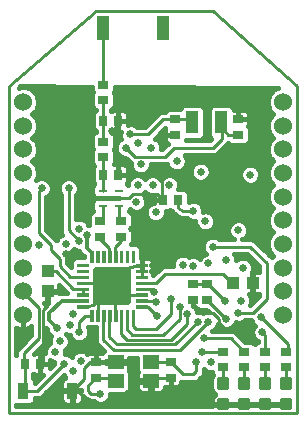
<source format=gtl>
G75*
%MOIN*%
%OFA0B0*%
%FSLAX24Y24*%
%IPPOS*%
%LPD*%
%AMOC8*
5,1,8,0,0,1.08239X$1,22.5*
%
%ADD10C,0.0100*%
%ADD11C,0.0000*%
%ADD12R,0.0354X0.0276*%
%ADD13R,0.0276X0.0354*%
%ADD14C,0.0118*%
%ADD15R,0.0430X0.0750*%
%ADD16R,0.0394X0.0787*%
%ADD17C,0.0252*%
%ADD18C,0.0035*%
%ADD19R,0.0315X0.0106*%
%ADD20R,0.0374X0.0551*%
%ADD21C,0.0600*%
%ADD22R,0.0551X0.0453*%
%ADD23R,0.0394X0.0433*%
%ADD24R,0.0433X0.0394*%
%ADD25C,0.0260*%
%ADD26C,0.0160*%
%ADD27C,0.0396*%
%ADD28C,0.0120*%
D10*
X001244Y000897D02*
X010844Y000897D01*
X010844Y011797D01*
X008044Y014297D01*
X004144Y014297D01*
X001244Y011797D01*
X001244Y000897D01*
X001727Y001647D02*
X001788Y001708D01*
X001788Y002547D01*
X001744Y002591D01*
X001744Y002897D01*
X002244Y003397D01*
X002244Y004397D01*
X001714Y004928D01*
X001714Y004972D01*
X002394Y004347D02*
X002394Y002641D01*
X002300Y002547D01*
X002644Y002547D01*
X003094Y002547D02*
X002194Y001647D01*
X001727Y001647D01*
X003361Y001647D02*
X003744Y002030D01*
X003744Y002397D01*
X003950Y002603D01*
X004144Y002603D01*
X004795Y002603D01*
X004804Y002612D01*
X004744Y002997D02*
X004394Y003347D01*
X004394Y004158D01*
X004399Y004163D01*
X004596Y004163D02*
X004596Y003446D01*
X004844Y003197D01*
X006794Y003197D01*
X007544Y003947D01*
X007694Y004247D02*
X008044Y004247D01*
X008244Y004047D01*
X008244Y003897D01*
X008544Y003597D01*
X008944Y003597D01*
X008650Y003397D02*
X009094Y002953D01*
X008650Y003397D02*
X007744Y003397D01*
X007694Y002947D02*
X008388Y002947D01*
X008394Y002953D01*
X008394Y002441D02*
X008394Y001892D01*
X008394Y001202D02*
X009094Y001202D01*
X009794Y001202D01*
X010494Y001202D01*
X010494Y001892D02*
X010494Y002441D01*
X010494Y002953D02*
X010544Y003003D01*
X010544Y003197D01*
X009644Y004097D01*
X009394Y004247D02*
X009844Y004697D01*
X009844Y005897D01*
X009294Y006447D01*
X008044Y006447D01*
X007994Y006497D01*
X008394Y005547D02*
X006444Y005547D01*
X006144Y005247D01*
X005680Y005247D01*
X005679Y005246D01*
X005679Y005442D02*
X005679Y005639D01*
X005679Y005836D01*
X005694Y005852D01*
X005694Y006747D01*
X005394Y007047D01*
X005344Y007047D01*
X004994Y006791D02*
X004994Y006647D01*
X004794Y006447D01*
X004794Y006133D01*
X004793Y006131D01*
X004596Y006131D02*
X004594Y006133D01*
X004594Y006397D01*
X004294Y006697D01*
X004294Y006791D01*
X004294Y007303D02*
X004369Y007378D01*
X004369Y007811D01*
X004369Y008067D02*
X004920Y008067D01*
X005264Y008067D01*
X005394Y008197D01*
X006188Y008197D01*
X006388Y007997D01*
X006344Y008041D01*
X006344Y008647D01*
X006144Y008847D01*
X004900Y008847D01*
X004394Y008853D02*
X004394Y009441D01*
X004394Y009953D02*
X004388Y009959D01*
X004388Y010647D01*
X004394Y010653D01*
X004394Y011341D01*
X004394Y011853D02*
X004390Y011857D01*
X004390Y013747D01*
X004900Y010647D02*
X004900Y010503D01*
X004694Y010297D01*
X004900Y010647D02*
X005394Y010647D01*
X005494Y010547D01*
X005294Y010197D02*
X005894Y010197D01*
X006394Y010697D01*
X006788Y010697D01*
X006794Y010703D01*
X007258Y010703D01*
X007364Y010597D01*
X006794Y010191D02*
X006350Y010191D01*
X006344Y010197D01*
X006744Y009747D02*
X008044Y009747D01*
X008344Y010047D01*
X008344Y010397D01*
X008550Y010191D01*
X008894Y010191D01*
X008894Y010703D02*
X009238Y010703D01*
X009444Y010497D01*
X008344Y010577D02*
X008344Y010397D01*
X008344Y010577D02*
X008324Y010597D01*
X006744Y009747D02*
X006444Y009447D01*
X005444Y009447D01*
X005144Y009747D01*
X004394Y008853D02*
X004388Y008847D01*
X004369Y008828D01*
X004369Y008323D01*
X004920Y007811D02*
X004920Y007378D01*
X004994Y007303D01*
X005283Y005786D02*
X005679Y005836D01*
X005283Y005786D02*
X004694Y005147D01*
X004990Y004852D01*
X005679Y004852D01*
X005679Y005049D02*
X005993Y005049D01*
X006094Y004947D01*
X006086Y004655D02*
X006144Y004597D01*
X006086Y004655D02*
X005679Y004655D01*
X005679Y004458D02*
X005883Y004458D01*
X006194Y004147D01*
X006144Y003697D02*
X006644Y004197D01*
X006644Y004697D01*
X006944Y004447D02*
X006944Y004047D01*
X006394Y003497D01*
X005344Y003497D01*
X005186Y003705D01*
X005186Y004163D01*
X004990Y004163D02*
X004990Y003552D01*
X005194Y003347D01*
X006644Y003347D01*
X007169Y003872D01*
X007194Y004197D01*
X007394Y004547D02*
X007694Y004247D01*
X007894Y003947D02*
X006944Y002997D01*
X004744Y002997D01*
X004695Y002091D02*
X004144Y002091D01*
X003894Y001841D01*
X003894Y001647D01*
X003994Y001547D01*
X004294Y001547D01*
X003990Y001202D02*
X003894Y001297D01*
X003544Y001647D01*
X003361Y001647D01*
X003990Y001202D02*
X008394Y001202D01*
X009094Y001892D02*
X009094Y002441D01*
X009794Y002441D02*
X009794Y001892D01*
X009794Y002953D02*
X009794Y003497D01*
X009694Y003597D01*
X009394Y004247D02*
X008894Y004247D01*
X008494Y004047D02*
X007850Y004691D01*
X007844Y004691D01*
X007844Y005203D02*
X007888Y005203D01*
X008444Y004647D01*
X008694Y005247D02*
X008394Y005547D01*
X008694Y005247D02*
X008710Y005247D01*
X009344Y005282D02*
X009379Y005247D01*
X009344Y005282D02*
X009344Y005697D01*
X009394Y005747D01*
X009544Y005747D01*
X007844Y005203D02*
X007394Y005203D01*
X007394Y004691D02*
X007394Y004547D01*
X006144Y003697D02*
X005494Y003697D01*
X005383Y003808D01*
X005383Y004163D01*
X004793Y004163D02*
X004793Y005049D01*
X004694Y005147D01*
X004055Y004508D01*
X003710Y004458D01*
X003794Y004147D02*
X003990Y004147D01*
X004005Y004163D01*
X003794Y004147D02*
X003594Y003947D01*
X003594Y003597D01*
X004202Y004163D02*
X004202Y004655D01*
X004694Y005147D01*
X004596Y005246D01*
X003710Y005246D01*
X003710Y005442D02*
X003299Y005442D01*
X002944Y005797D01*
X002944Y006047D01*
X002644Y006347D01*
X002644Y006497D01*
X002244Y006897D01*
X002244Y008297D01*
X002344Y008397D01*
X003244Y008397D02*
X003244Y006997D01*
X003594Y006647D01*
X002810Y005632D02*
X003394Y005047D01*
X003708Y005047D01*
X003710Y005049D01*
X003710Y004852D01*
X002810Y005632D02*
X002544Y005632D01*
X002544Y004963D02*
X002544Y004497D01*
X002394Y004347D01*
X004695Y002091D02*
X004804Y001982D01*
X005985Y001982D02*
X006094Y002091D01*
X006644Y002091D01*
X007050Y002197D02*
X006644Y002603D01*
X005994Y002603D01*
X005985Y002612D01*
X007050Y002197D02*
X007394Y002197D01*
X007494Y002297D01*
X007494Y002597D01*
X007394Y007647D02*
X007044Y007647D01*
X006894Y007747D01*
X006894Y007991D01*
X006900Y007997D01*
D11*
X005026Y005547D02*
X005028Y005568D01*
X005034Y005588D01*
X005043Y005608D01*
X005055Y005625D01*
X005070Y005639D01*
X005088Y005651D01*
X005108Y005659D01*
X005128Y005664D01*
X005149Y005665D01*
X005170Y005662D01*
X005190Y005656D01*
X005209Y005645D01*
X005226Y005632D01*
X005239Y005616D01*
X005250Y005598D01*
X005258Y005578D01*
X005262Y005558D01*
X005262Y005536D01*
X005258Y005516D01*
X005250Y005496D01*
X005239Y005478D01*
X005226Y005462D01*
X005209Y005449D01*
X005190Y005438D01*
X005170Y005432D01*
X005149Y005429D01*
X005128Y005430D01*
X005108Y005435D01*
X005088Y005443D01*
X005070Y005455D01*
X005055Y005469D01*
X005043Y005486D01*
X005034Y005506D01*
X005028Y005526D01*
X005026Y005547D01*
X004576Y005547D02*
X004578Y005568D01*
X004584Y005588D01*
X004593Y005608D01*
X004605Y005625D01*
X004620Y005639D01*
X004638Y005651D01*
X004658Y005659D01*
X004678Y005664D01*
X004699Y005665D01*
X004720Y005662D01*
X004740Y005656D01*
X004759Y005645D01*
X004776Y005632D01*
X004789Y005616D01*
X004800Y005598D01*
X004808Y005578D01*
X004812Y005558D01*
X004812Y005536D01*
X004808Y005516D01*
X004800Y005496D01*
X004789Y005478D01*
X004776Y005462D01*
X004759Y005449D01*
X004740Y005438D01*
X004720Y005432D01*
X004699Y005429D01*
X004678Y005430D01*
X004658Y005435D01*
X004638Y005443D01*
X004620Y005455D01*
X004605Y005469D01*
X004593Y005486D01*
X004584Y005506D01*
X004578Y005526D01*
X004576Y005547D01*
X004126Y005547D02*
X004128Y005568D01*
X004134Y005588D01*
X004143Y005608D01*
X004155Y005625D01*
X004170Y005639D01*
X004188Y005651D01*
X004208Y005659D01*
X004228Y005664D01*
X004249Y005665D01*
X004270Y005662D01*
X004290Y005656D01*
X004309Y005645D01*
X004326Y005632D01*
X004339Y005616D01*
X004350Y005598D01*
X004358Y005578D01*
X004362Y005558D01*
X004362Y005536D01*
X004358Y005516D01*
X004350Y005496D01*
X004339Y005478D01*
X004326Y005462D01*
X004309Y005449D01*
X004290Y005438D01*
X004270Y005432D01*
X004249Y005429D01*
X004228Y005430D01*
X004208Y005435D01*
X004188Y005443D01*
X004170Y005455D01*
X004155Y005469D01*
X004143Y005486D01*
X004134Y005506D01*
X004128Y005526D01*
X004126Y005547D01*
X004126Y005147D02*
X004128Y005168D01*
X004134Y005188D01*
X004143Y005208D01*
X004155Y005225D01*
X004170Y005239D01*
X004188Y005251D01*
X004208Y005259D01*
X004228Y005264D01*
X004249Y005265D01*
X004270Y005262D01*
X004290Y005256D01*
X004309Y005245D01*
X004326Y005232D01*
X004339Y005216D01*
X004350Y005198D01*
X004358Y005178D01*
X004362Y005158D01*
X004362Y005136D01*
X004358Y005116D01*
X004350Y005096D01*
X004339Y005078D01*
X004326Y005062D01*
X004309Y005049D01*
X004290Y005038D01*
X004270Y005032D01*
X004249Y005029D01*
X004228Y005030D01*
X004208Y005035D01*
X004188Y005043D01*
X004170Y005055D01*
X004155Y005069D01*
X004143Y005086D01*
X004134Y005106D01*
X004128Y005126D01*
X004126Y005147D01*
X004126Y004747D02*
X004128Y004768D01*
X004134Y004788D01*
X004143Y004808D01*
X004155Y004825D01*
X004170Y004839D01*
X004188Y004851D01*
X004208Y004859D01*
X004228Y004864D01*
X004249Y004865D01*
X004270Y004862D01*
X004290Y004856D01*
X004309Y004845D01*
X004326Y004832D01*
X004339Y004816D01*
X004350Y004798D01*
X004358Y004778D01*
X004362Y004758D01*
X004362Y004736D01*
X004358Y004716D01*
X004350Y004696D01*
X004339Y004678D01*
X004326Y004662D01*
X004309Y004649D01*
X004290Y004638D01*
X004270Y004632D01*
X004249Y004629D01*
X004228Y004630D01*
X004208Y004635D01*
X004188Y004643D01*
X004170Y004655D01*
X004155Y004669D01*
X004143Y004686D01*
X004134Y004706D01*
X004128Y004726D01*
X004126Y004747D01*
X004576Y004747D02*
X004578Y004768D01*
X004584Y004788D01*
X004593Y004808D01*
X004605Y004825D01*
X004620Y004839D01*
X004638Y004851D01*
X004658Y004859D01*
X004678Y004864D01*
X004699Y004865D01*
X004720Y004862D01*
X004740Y004856D01*
X004759Y004845D01*
X004776Y004832D01*
X004789Y004816D01*
X004800Y004798D01*
X004808Y004778D01*
X004812Y004758D01*
X004812Y004736D01*
X004808Y004716D01*
X004800Y004696D01*
X004789Y004678D01*
X004776Y004662D01*
X004759Y004649D01*
X004740Y004638D01*
X004720Y004632D01*
X004699Y004629D01*
X004678Y004630D01*
X004658Y004635D01*
X004638Y004643D01*
X004620Y004655D01*
X004605Y004669D01*
X004593Y004686D01*
X004584Y004706D01*
X004578Y004726D01*
X004576Y004747D01*
X005026Y004747D02*
X005028Y004768D01*
X005034Y004788D01*
X005043Y004808D01*
X005055Y004825D01*
X005070Y004839D01*
X005088Y004851D01*
X005108Y004859D01*
X005128Y004864D01*
X005149Y004865D01*
X005170Y004862D01*
X005190Y004856D01*
X005209Y004845D01*
X005226Y004832D01*
X005239Y004816D01*
X005250Y004798D01*
X005258Y004778D01*
X005262Y004758D01*
X005262Y004736D01*
X005258Y004716D01*
X005250Y004696D01*
X005239Y004678D01*
X005226Y004662D01*
X005209Y004649D01*
X005190Y004638D01*
X005170Y004632D01*
X005149Y004629D01*
X005128Y004630D01*
X005108Y004635D01*
X005088Y004643D01*
X005070Y004655D01*
X005055Y004669D01*
X005043Y004686D01*
X005034Y004706D01*
X005028Y004726D01*
X005026Y004747D01*
X005026Y005147D02*
X005028Y005168D01*
X005034Y005188D01*
X005043Y005208D01*
X005055Y005225D01*
X005070Y005239D01*
X005088Y005251D01*
X005108Y005259D01*
X005128Y005264D01*
X005149Y005265D01*
X005170Y005262D01*
X005190Y005256D01*
X005209Y005245D01*
X005226Y005232D01*
X005239Y005216D01*
X005250Y005198D01*
X005258Y005178D01*
X005262Y005158D01*
X005262Y005136D01*
X005258Y005116D01*
X005250Y005096D01*
X005239Y005078D01*
X005226Y005062D01*
X005209Y005049D01*
X005190Y005038D01*
X005170Y005032D01*
X005149Y005029D01*
X005128Y005030D01*
X005108Y005035D01*
X005088Y005043D01*
X005070Y005055D01*
X005055Y005069D01*
X005043Y005086D01*
X005034Y005106D01*
X005028Y005126D01*
X005026Y005147D01*
D12*
X004994Y006791D03*
X004994Y007303D03*
X004294Y007303D03*
X004294Y006791D03*
X004394Y009441D03*
X004394Y009953D03*
X004394Y011341D03*
X004394Y011853D03*
X006794Y010703D03*
X006794Y010191D03*
X008894Y010191D03*
X008894Y010703D03*
X007844Y005203D03*
X007844Y004691D03*
X007394Y004691D03*
X007394Y005203D03*
X008394Y002953D03*
X008394Y002441D03*
X009094Y002441D03*
X009094Y002953D03*
X009794Y002953D03*
X009794Y002441D03*
X010494Y002441D03*
X010494Y002953D03*
X006644Y002603D03*
X006644Y002091D03*
X004144Y002091D03*
X004144Y002603D03*
D13*
X002300Y002547D03*
X001788Y002547D03*
X006388Y007997D03*
X006900Y007997D03*
X004900Y008847D03*
X004388Y008847D03*
X004388Y010647D03*
X004900Y010647D03*
D14*
X008256Y002030D02*
X008532Y002030D01*
X008532Y001754D01*
X008256Y001754D01*
X008256Y002030D01*
X008256Y001871D02*
X008532Y001871D01*
X008532Y001988D02*
X008256Y001988D01*
X008256Y001340D02*
X008532Y001340D01*
X008532Y001064D01*
X008256Y001064D01*
X008256Y001340D01*
X008256Y001181D02*
X008532Y001181D01*
X008532Y001298D02*
X008256Y001298D01*
X008956Y001340D02*
X009232Y001340D01*
X009232Y001064D01*
X008956Y001064D01*
X008956Y001340D01*
X008956Y001181D02*
X009232Y001181D01*
X009232Y001298D02*
X008956Y001298D01*
X008956Y002030D02*
X009232Y002030D01*
X009232Y001754D01*
X008956Y001754D01*
X008956Y002030D01*
X008956Y001871D02*
X009232Y001871D01*
X009232Y001988D02*
X008956Y001988D01*
X009656Y002030D02*
X009932Y002030D01*
X009932Y001754D01*
X009656Y001754D01*
X009656Y002030D01*
X009656Y001871D02*
X009932Y001871D01*
X009932Y001988D02*
X009656Y001988D01*
X009656Y001340D02*
X009932Y001340D01*
X009932Y001064D01*
X009656Y001064D01*
X009656Y001340D01*
X009656Y001181D02*
X009932Y001181D01*
X009932Y001298D02*
X009656Y001298D01*
X010356Y001340D02*
X010632Y001340D01*
X010632Y001064D01*
X010356Y001064D01*
X010356Y001340D01*
X010356Y001181D02*
X010632Y001181D01*
X010632Y001298D02*
X010356Y001298D01*
X010356Y002030D02*
X010632Y002030D01*
X010632Y001754D01*
X010356Y001754D01*
X010356Y002030D01*
X010356Y001871D02*
X010632Y001871D01*
X010632Y001988D02*
X010356Y001988D01*
D15*
X008324Y010597D03*
X007364Y010597D03*
D16*
X006398Y013747D03*
X004390Y013747D03*
D17*
X004190Y005651D02*
X004190Y004643D01*
X004190Y005651D02*
X005198Y005651D01*
X005198Y004643D01*
X004190Y004643D01*
X004190Y004894D02*
X005198Y004894D01*
X005198Y005145D02*
X004190Y005145D01*
X004190Y005396D02*
X005198Y005396D01*
X005198Y005647D02*
X004190Y005647D01*
D18*
X004160Y005951D02*
X004160Y006311D01*
X004244Y006311D01*
X004244Y005951D01*
X004160Y005951D01*
X004160Y005985D02*
X004244Y005985D01*
X004244Y006019D02*
X004160Y006019D01*
X004160Y006053D02*
X004244Y006053D01*
X004244Y006087D02*
X004160Y006087D01*
X004160Y006121D02*
X004244Y006121D01*
X004244Y006155D02*
X004160Y006155D01*
X004160Y006189D02*
X004244Y006189D01*
X004244Y006223D02*
X004160Y006223D01*
X004160Y006257D02*
X004244Y006257D01*
X004244Y006291D02*
X004160Y006291D01*
X003963Y006311D02*
X003963Y005951D01*
X003963Y006311D02*
X004047Y006311D01*
X004047Y005951D01*
X003963Y005951D01*
X003963Y005985D02*
X004047Y005985D01*
X004047Y006019D02*
X003963Y006019D01*
X003963Y006053D02*
X004047Y006053D01*
X004047Y006087D02*
X003963Y006087D01*
X003963Y006121D02*
X004047Y006121D01*
X004047Y006155D02*
X003963Y006155D01*
X003963Y006189D02*
X004047Y006189D01*
X004047Y006223D02*
X003963Y006223D01*
X003963Y006257D02*
X004047Y006257D01*
X004047Y006291D02*
X003963Y006291D01*
X003890Y005794D02*
X003530Y005794D01*
X003530Y005878D01*
X003890Y005878D01*
X003890Y005794D01*
X003890Y005828D02*
X003530Y005828D01*
X003530Y005862D02*
X003890Y005862D01*
X003890Y005597D02*
X003530Y005597D01*
X003530Y005681D01*
X003890Y005681D01*
X003890Y005597D01*
X003890Y005631D02*
X003530Y005631D01*
X003530Y005665D02*
X003890Y005665D01*
X003890Y005400D02*
X003530Y005400D01*
X003530Y005484D01*
X003890Y005484D01*
X003890Y005400D01*
X003890Y005434D02*
X003530Y005434D01*
X003530Y005468D02*
X003890Y005468D01*
X003890Y005204D02*
X003530Y005204D01*
X003530Y005288D01*
X003890Y005288D01*
X003890Y005204D01*
X003890Y005238D02*
X003530Y005238D01*
X003530Y005272D02*
X003890Y005272D01*
X003890Y005007D02*
X003530Y005007D01*
X003530Y005091D01*
X003890Y005091D01*
X003890Y005007D01*
X003890Y005041D02*
X003530Y005041D01*
X003530Y005075D02*
X003890Y005075D01*
X003890Y004810D02*
X003530Y004810D01*
X003530Y004894D01*
X003890Y004894D01*
X003890Y004810D01*
X003890Y004844D02*
X003530Y004844D01*
X003530Y004878D02*
X003890Y004878D01*
X003890Y004613D02*
X003530Y004613D01*
X003530Y004697D01*
X003890Y004697D01*
X003890Y004613D01*
X003890Y004647D02*
X003530Y004647D01*
X003530Y004681D02*
X003890Y004681D01*
X003890Y004416D02*
X003530Y004416D01*
X003530Y004500D01*
X003890Y004500D01*
X003890Y004416D01*
X003890Y004450D02*
X003530Y004450D01*
X003530Y004484D02*
X003890Y004484D01*
X004047Y004343D02*
X004047Y003983D01*
X003963Y003983D01*
X003963Y004343D01*
X004047Y004343D01*
X004047Y004017D02*
X003963Y004017D01*
X003963Y004051D02*
X004047Y004051D01*
X004047Y004085D02*
X003963Y004085D01*
X003963Y004119D02*
X004047Y004119D01*
X004047Y004153D02*
X003963Y004153D01*
X003963Y004187D02*
X004047Y004187D01*
X004047Y004221D02*
X003963Y004221D01*
X003963Y004255D02*
X004047Y004255D01*
X004047Y004289D02*
X003963Y004289D01*
X003963Y004323D02*
X004047Y004323D01*
X004244Y004343D02*
X004244Y003983D01*
X004160Y003983D01*
X004160Y004343D01*
X004244Y004343D01*
X004244Y004017D02*
X004160Y004017D01*
X004160Y004051D02*
X004244Y004051D01*
X004244Y004085D02*
X004160Y004085D01*
X004160Y004119D02*
X004244Y004119D01*
X004244Y004153D02*
X004160Y004153D01*
X004160Y004187D02*
X004244Y004187D01*
X004244Y004221D02*
X004160Y004221D01*
X004160Y004255D02*
X004244Y004255D01*
X004244Y004289D02*
X004160Y004289D01*
X004160Y004323D02*
X004244Y004323D01*
X004441Y004343D02*
X004441Y003983D01*
X004357Y003983D01*
X004357Y004343D01*
X004441Y004343D01*
X004441Y004017D02*
X004357Y004017D01*
X004357Y004051D02*
X004441Y004051D01*
X004441Y004085D02*
X004357Y004085D01*
X004357Y004119D02*
X004441Y004119D01*
X004441Y004153D02*
X004357Y004153D01*
X004357Y004187D02*
X004441Y004187D01*
X004441Y004221D02*
X004357Y004221D01*
X004357Y004255D02*
X004441Y004255D01*
X004441Y004289D02*
X004357Y004289D01*
X004357Y004323D02*
X004441Y004323D01*
X004638Y004343D02*
X004638Y003983D01*
X004554Y003983D01*
X004554Y004343D01*
X004638Y004343D01*
X004638Y004017D02*
X004554Y004017D01*
X004554Y004051D02*
X004638Y004051D01*
X004638Y004085D02*
X004554Y004085D01*
X004554Y004119D02*
X004638Y004119D01*
X004638Y004153D02*
X004554Y004153D01*
X004554Y004187D02*
X004638Y004187D01*
X004638Y004221D02*
X004554Y004221D01*
X004554Y004255D02*
X004638Y004255D01*
X004638Y004289D02*
X004554Y004289D01*
X004554Y004323D02*
X004638Y004323D01*
X004835Y004343D02*
X004835Y003983D01*
X004751Y003983D01*
X004751Y004343D01*
X004835Y004343D01*
X004835Y004017D02*
X004751Y004017D01*
X004751Y004051D02*
X004835Y004051D01*
X004835Y004085D02*
X004751Y004085D01*
X004751Y004119D02*
X004835Y004119D01*
X004835Y004153D02*
X004751Y004153D01*
X004751Y004187D02*
X004835Y004187D01*
X004835Y004221D02*
X004751Y004221D01*
X004751Y004255D02*
X004835Y004255D01*
X004835Y004289D02*
X004751Y004289D01*
X004751Y004323D02*
X004835Y004323D01*
X005032Y004343D02*
X005032Y003983D01*
X004948Y003983D01*
X004948Y004343D01*
X005032Y004343D01*
X005032Y004017D02*
X004948Y004017D01*
X004948Y004051D02*
X005032Y004051D01*
X005032Y004085D02*
X004948Y004085D01*
X004948Y004119D02*
X005032Y004119D01*
X005032Y004153D02*
X004948Y004153D01*
X004948Y004187D02*
X005032Y004187D01*
X005032Y004221D02*
X004948Y004221D01*
X004948Y004255D02*
X005032Y004255D01*
X005032Y004289D02*
X004948Y004289D01*
X004948Y004323D02*
X005032Y004323D01*
X005228Y004343D02*
X005228Y003983D01*
X005144Y003983D01*
X005144Y004343D01*
X005228Y004343D01*
X005228Y004017D02*
X005144Y004017D01*
X005144Y004051D02*
X005228Y004051D01*
X005228Y004085D02*
X005144Y004085D01*
X005144Y004119D02*
X005228Y004119D01*
X005228Y004153D02*
X005144Y004153D01*
X005144Y004187D02*
X005228Y004187D01*
X005228Y004221D02*
X005144Y004221D01*
X005144Y004255D02*
X005228Y004255D01*
X005228Y004289D02*
X005144Y004289D01*
X005144Y004323D02*
X005228Y004323D01*
X005425Y004343D02*
X005425Y003983D01*
X005341Y003983D01*
X005341Y004343D01*
X005425Y004343D01*
X005425Y004017D02*
X005341Y004017D01*
X005341Y004051D02*
X005425Y004051D01*
X005425Y004085D02*
X005341Y004085D01*
X005341Y004119D02*
X005425Y004119D01*
X005425Y004153D02*
X005341Y004153D01*
X005341Y004187D02*
X005425Y004187D01*
X005425Y004221D02*
X005341Y004221D01*
X005341Y004255D02*
X005425Y004255D01*
X005425Y004289D02*
X005341Y004289D01*
X005341Y004323D02*
X005425Y004323D01*
X005499Y004500D02*
X005859Y004500D01*
X005859Y004416D01*
X005499Y004416D01*
X005499Y004500D01*
X005499Y004450D02*
X005859Y004450D01*
X005859Y004484D02*
X005499Y004484D01*
X005499Y004697D02*
X005859Y004697D01*
X005859Y004613D01*
X005499Y004613D01*
X005499Y004697D01*
X005499Y004647D02*
X005859Y004647D01*
X005859Y004681D02*
X005499Y004681D01*
X005499Y004894D02*
X005859Y004894D01*
X005859Y004810D01*
X005499Y004810D01*
X005499Y004894D01*
X005499Y004844D02*
X005859Y004844D01*
X005859Y004878D02*
X005499Y004878D01*
X005499Y005091D02*
X005859Y005091D01*
X005859Y005007D01*
X005499Y005007D01*
X005499Y005091D01*
X005499Y005041D02*
X005859Y005041D01*
X005859Y005075D02*
X005499Y005075D01*
X005499Y005288D02*
X005859Y005288D01*
X005859Y005204D01*
X005499Y005204D01*
X005499Y005288D01*
X005499Y005238D02*
X005859Y005238D01*
X005859Y005272D02*
X005499Y005272D01*
X005499Y005484D02*
X005859Y005484D01*
X005859Y005400D01*
X005499Y005400D01*
X005499Y005484D01*
X005499Y005434D02*
X005859Y005434D01*
X005859Y005468D02*
X005499Y005468D01*
X005499Y005681D02*
X005859Y005681D01*
X005859Y005597D01*
X005499Y005597D01*
X005499Y005681D01*
X005499Y005631D02*
X005859Y005631D01*
X005859Y005665D02*
X005499Y005665D01*
X005499Y005878D02*
X005859Y005878D01*
X005859Y005794D01*
X005499Y005794D01*
X005499Y005878D01*
X005499Y005828D02*
X005859Y005828D01*
X005859Y005862D02*
X005499Y005862D01*
X005341Y005951D02*
X005341Y006311D01*
X005425Y006311D01*
X005425Y005951D01*
X005341Y005951D01*
X005341Y005985D02*
X005425Y005985D01*
X005425Y006019D02*
X005341Y006019D01*
X005341Y006053D02*
X005425Y006053D01*
X005425Y006087D02*
X005341Y006087D01*
X005341Y006121D02*
X005425Y006121D01*
X005425Y006155D02*
X005341Y006155D01*
X005341Y006189D02*
X005425Y006189D01*
X005425Y006223D02*
X005341Y006223D01*
X005341Y006257D02*
X005425Y006257D01*
X005425Y006291D02*
X005341Y006291D01*
X005144Y006311D02*
X005144Y005951D01*
X005144Y006311D02*
X005228Y006311D01*
X005228Y005951D01*
X005144Y005951D01*
X005144Y005985D02*
X005228Y005985D01*
X005228Y006019D02*
X005144Y006019D01*
X005144Y006053D02*
X005228Y006053D01*
X005228Y006087D02*
X005144Y006087D01*
X005144Y006121D02*
X005228Y006121D01*
X005228Y006155D02*
X005144Y006155D01*
X005144Y006189D02*
X005228Y006189D01*
X005228Y006223D02*
X005144Y006223D01*
X005144Y006257D02*
X005228Y006257D01*
X005228Y006291D02*
X005144Y006291D01*
X004948Y006311D02*
X004948Y005951D01*
X004948Y006311D02*
X005032Y006311D01*
X005032Y005951D01*
X004948Y005951D01*
X004948Y005985D02*
X005032Y005985D01*
X005032Y006019D02*
X004948Y006019D01*
X004948Y006053D02*
X005032Y006053D01*
X005032Y006087D02*
X004948Y006087D01*
X004948Y006121D02*
X005032Y006121D01*
X005032Y006155D02*
X004948Y006155D01*
X004948Y006189D02*
X005032Y006189D01*
X005032Y006223D02*
X004948Y006223D01*
X004948Y006257D02*
X005032Y006257D01*
X005032Y006291D02*
X004948Y006291D01*
X004751Y006311D02*
X004751Y005951D01*
X004751Y006311D02*
X004835Y006311D01*
X004835Y005951D01*
X004751Y005951D01*
X004751Y005985D02*
X004835Y005985D01*
X004835Y006019D02*
X004751Y006019D01*
X004751Y006053D02*
X004835Y006053D01*
X004835Y006087D02*
X004751Y006087D01*
X004751Y006121D02*
X004835Y006121D01*
X004835Y006155D02*
X004751Y006155D01*
X004751Y006189D02*
X004835Y006189D01*
X004835Y006223D02*
X004751Y006223D01*
X004751Y006257D02*
X004835Y006257D01*
X004835Y006291D02*
X004751Y006291D01*
X004554Y006311D02*
X004554Y005951D01*
X004554Y006311D02*
X004638Y006311D01*
X004638Y005951D01*
X004554Y005951D01*
X004554Y005985D02*
X004638Y005985D01*
X004638Y006019D02*
X004554Y006019D01*
X004554Y006053D02*
X004638Y006053D01*
X004638Y006087D02*
X004554Y006087D01*
X004554Y006121D02*
X004638Y006121D01*
X004638Y006155D02*
X004554Y006155D01*
X004554Y006189D02*
X004638Y006189D01*
X004638Y006223D02*
X004554Y006223D01*
X004554Y006257D02*
X004638Y006257D01*
X004638Y006291D02*
X004554Y006291D01*
X004357Y006311D02*
X004357Y005951D01*
X004357Y006311D02*
X004441Y006311D01*
X004441Y005951D01*
X004357Y005951D01*
X004357Y005985D02*
X004441Y005985D01*
X004441Y006019D02*
X004357Y006019D01*
X004357Y006053D02*
X004441Y006053D01*
X004441Y006087D02*
X004357Y006087D01*
X004357Y006121D02*
X004441Y006121D01*
X004441Y006155D02*
X004357Y006155D01*
X004357Y006189D02*
X004441Y006189D01*
X004441Y006223D02*
X004357Y006223D01*
X004357Y006257D02*
X004441Y006257D01*
X004441Y006291D02*
X004357Y006291D01*
D19*
X004369Y007811D03*
X004369Y008067D03*
X004369Y008323D03*
X004920Y008323D03*
X004920Y008067D03*
X004920Y007811D03*
D20*
X003361Y001647D03*
X001727Y001647D03*
D21*
X001714Y004185D03*
X001714Y004972D03*
X001714Y005759D03*
X001714Y006547D03*
X001714Y007334D03*
X001714Y008122D03*
X001714Y008909D03*
X001714Y009696D03*
X001714Y010484D03*
X001714Y011271D03*
X010375Y011271D03*
X010375Y010484D03*
X010375Y009696D03*
X010375Y008909D03*
X010375Y008122D03*
X010375Y007334D03*
X010375Y006547D03*
X010375Y005759D03*
X010375Y004972D03*
X010375Y004185D03*
D22*
X005985Y002612D03*
X005985Y001982D03*
X004804Y001982D03*
X004804Y002612D03*
D23*
X002544Y004963D03*
X002544Y005632D03*
D24*
X008710Y005247D03*
X009379Y005247D03*
D25*
X009544Y005747D03*
X009044Y005747D03*
X008494Y005997D03*
X008044Y006447D03*
X007894Y005897D03*
X007394Y005797D03*
X007044Y005847D03*
X006644Y004697D03*
X006944Y004447D03*
X007194Y004197D03*
X007544Y003947D03*
X007894Y003947D03*
X007744Y003397D03*
X007694Y002947D03*
X007494Y002597D03*
X007994Y002597D03*
X008944Y003597D03*
X008494Y004047D03*
X008894Y004247D03*
X008994Y004647D03*
X008444Y004647D03*
X009644Y004097D03*
X009694Y003597D03*
X008894Y006997D03*
X008994Y007597D03*
X009294Y008847D03*
X009444Y010497D03*
X007644Y008947D03*
X006844Y009297D03*
X006594Y008497D03*
X006044Y008497D03*
X005544Y008497D03*
X005494Y007947D03*
X006144Y007597D03*
X005344Y007047D03*
X003844Y006847D03*
X003594Y006647D03*
X003594Y007047D03*
X003144Y006547D03*
X003144Y006197D03*
X002244Y006497D03*
X002344Y008397D03*
X003244Y008397D03*
X004694Y010297D03*
X005144Y009747D03*
X005544Y009897D03*
X005294Y010197D03*
X005494Y010547D03*
X005994Y009747D03*
X006344Y010197D03*
X005644Y009197D03*
X007394Y007647D03*
X007794Y007297D03*
X006094Y004947D03*
X006144Y004597D03*
X006194Y004147D03*
X004294Y001547D03*
X003894Y001297D03*
X003394Y002297D03*
X003094Y002547D03*
X002794Y002947D03*
X002944Y003297D03*
X002844Y003747D03*
X003294Y003847D03*
X003394Y004197D03*
X003594Y003597D03*
X003644Y002647D03*
X002644Y002547D03*
X003394Y010797D03*
D26*
X004017Y011121D02*
X004017Y011562D01*
X004052Y011597D01*
X004017Y011632D01*
X004017Y011783D01*
X001625Y011796D01*
X001581Y011758D01*
X001614Y011771D01*
X001813Y011771D01*
X001997Y011695D01*
X002137Y011554D01*
X002214Y011371D01*
X002214Y011172D01*
X002137Y010988D01*
X002027Y010878D01*
X002137Y010767D01*
X002214Y010583D01*
X002214Y010384D01*
X002137Y010201D01*
X002027Y010090D01*
X002137Y009980D01*
X002214Y009796D01*
X002214Y009597D01*
X002137Y009413D01*
X002027Y009303D01*
X002137Y009192D01*
X002214Y009008D01*
X002214Y008810D01*
X002159Y008678D01*
X002279Y008727D01*
X002410Y008727D01*
X002531Y008677D01*
X002624Y008584D01*
X002674Y008463D01*
X002674Y008332D01*
X002624Y008210D01*
X002531Y008117D01*
X002494Y008102D01*
X002494Y007001D01*
X002834Y006661D01*
X002865Y006734D01*
X002957Y006827D01*
X003032Y006858D01*
X002994Y006947D01*
X002994Y008181D01*
X002965Y008210D01*
X002914Y008332D01*
X002914Y008463D01*
X002965Y008584D01*
X003057Y008677D01*
X003179Y008727D01*
X003310Y008727D01*
X003431Y008677D01*
X003524Y008584D01*
X003574Y008463D01*
X003574Y008332D01*
X003524Y008210D01*
X003494Y008181D01*
X003494Y007363D01*
X003529Y007377D01*
X003660Y007377D01*
X003781Y007327D01*
X003874Y007234D01*
X003898Y007177D01*
X003910Y007177D01*
X003917Y007174D01*
X003917Y007524D01*
X004034Y007641D01*
X004045Y007641D01*
X004011Y007675D01*
X004011Y007947D01*
X004036Y007972D01*
X004031Y007990D01*
X004031Y008067D01*
X004369Y008067D01*
X004920Y008067D01*
X004920Y008067D01*
X004582Y008067D01*
X004369Y008067D01*
X004369Y008067D01*
X004369Y008067D01*
X004031Y008067D01*
X004031Y008144D01*
X004036Y008162D01*
X004011Y008187D01*
X004011Y008459D01*
X004095Y008543D01*
X004051Y008587D01*
X004051Y009107D01*
X004091Y009147D01*
X004017Y009221D01*
X004017Y009662D01*
X004052Y009697D01*
X004017Y009732D01*
X004017Y010174D01*
X004134Y010291D01*
X004138Y010291D01*
X004138Y010299D01*
X004051Y010387D01*
X004051Y010907D01*
X004144Y011001D01*
X004144Y011004D01*
X004134Y011004D01*
X004017Y011121D01*
X004035Y011103D02*
X002185Y011103D01*
X002214Y011262D02*
X004017Y011262D01*
X004017Y011420D02*
X002193Y011420D01*
X002113Y011579D02*
X004034Y011579D01*
X004017Y011737D02*
X001895Y011737D01*
X002094Y010945D02*
X004088Y010945D01*
X004051Y010786D02*
X002118Y010786D01*
X002195Y010628D02*
X004051Y010628D01*
X004051Y010469D02*
X002214Y010469D01*
X002183Y010311D02*
X004127Y010311D01*
X004017Y010152D02*
X002089Y010152D01*
X002123Y009994D02*
X004017Y009994D01*
X004017Y009835D02*
X002197Y009835D01*
X002214Y009677D02*
X004032Y009677D01*
X004017Y009518D02*
X002181Y009518D01*
X002084Y009360D02*
X004017Y009360D01*
X004037Y009201D02*
X002129Y009201D01*
X002199Y009043D02*
X004051Y009043D01*
X004051Y008884D02*
X002214Y008884D01*
X002179Y008726D02*
X002275Y008726D01*
X002414Y008726D02*
X003175Y008726D01*
X002958Y008567D02*
X002631Y008567D01*
X002674Y008409D02*
X002914Y008409D01*
X002948Y008250D02*
X002641Y008250D01*
X002494Y008092D02*
X002994Y008092D01*
X002994Y007933D02*
X002494Y007933D01*
X002494Y007775D02*
X002994Y007775D01*
X002994Y007616D02*
X002494Y007616D01*
X002494Y007458D02*
X002994Y007458D01*
X002994Y007299D02*
X002494Y007299D01*
X002494Y007141D02*
X002994Y007141D01*
X002994Y006982D02*
X002513Y006982D01*
X002671Y006824D02*
X002954Y006824D01*
X002836Y006665D02*
X002830Y006665D01*
X003128Y006217D02*
X003210Y006217D01*
X003331Y006267D01*
X003424Y006360D01*
X003424Y006361D01*
X003529Y006317D01*
X003596Y006317D01*
X003624Y006250D01*
X003697Y006177D01*
X003745Y006128D01*
X003745Y006095D01*
X003441Y006095D01*
X003313Y005968D01*
X003313Y005782D01*
X003194Y005901D01*
X003194Y006097D01*
X003156Y006189D01*
X003128Y006217D01*
X003155Y006190D02*
X003684Y006190D01*
X003454Y006348D02*
X003412Y006348D01*
X003377Y006031D02*
X003194Y006031D01*
X003222Y005873D02*
X003313Y005873D01*
X002921Y005167D02*
X003173Y004915D01*
X003054Y004915D01*
X002950Y004915D01*
X002921Y004903D01*
X002921Y004944D01*
X002563Y004944D01*
X002563Y004981D01*
X002921Y004981D01*
X002921Y005167D01*
X002921Y005080D02*
X003008Y005080D01*
X002921Y004922D02*
X003166Y004922D01*
X002563Y004922D02*
X002526Y004922D01*
X002526Y004944D02*
X002563Y004944D01*
X002563Y004583D01*
X002474Y004495D01*
X002456Y004539D01*
X002429Y004566D01*
X002526Y004566D01*
X002526Y004944D01*
X002526Y004763D02*
X002563Y004763D01*
X002563Y004605D02*
X002526Y004605D01*
X001994Y003795D02*
X001994Y003501D01*
X001603Y003109D01*
X001532Y003039D01*
X001494Y002947D01*
X001494Y002851D01*
X001494Y002851D01*
X001494Y003758D01*
X001529Y003740D01*
X001601Y003716D01*
X001676Y003705D01*
X001714Y003705D01*
X001751Y003705D01*
X001826Y003716D01*
X001898Y003740D01*
X001965Y003774D01*
X001994Y003795D01*
X001994Y003654D02*
X001494Y003654D01*
X001494Y003495D02*
X001989Y003495D01*
X001830Y003337D02*
X001494Y003337D01*
X001494Y003178D02*
X001672Y003178D01*
X001524Y003020D02*
X001494Y003020D01*
X001494Y002861D02*
X001494Y002861D01*
X002093Y002892D02*
X002456Y003256D01*
X002494Y003347D01*
X002494Y003730D01*
X002514Y003710D01*
X002514Y003682D01*
X002565Y003560D01*
X002657Y003467D01*
X002658Y003467D01*
X002614Y003363D01*
X002614Y003232D01*
X002615Y003230D01*
X002607Y003227D01*
X002515Y003134D01*
X002464Y003013D01*
X002464Y002904D01*
X002462Y002904D01*
X002300Y002904D01*
X002139Y002904D01*
X002093Y002892D01*
X002093Y002892D01*
X002220Y003020D02*
X002467Y003020D01*
X002379Y003178D02*
X002559Y003178D01*
X002614Y003337D02*
X002490Y003337D01*
X002494Y003495D02*
X002630Y003495D01*
X002526Y003654D02*
X002494Y003654D01*
X003164Y003544D02*
X003229Y003517D01*
X003270Y003517D01*
X003315Y003410D01*
X003407Y003317D01*
X003529Y003267D01*
X003660Y003267D01*
X003781Y003317D01*
X003874Y003410D01*
X003924Y003532D01*
X003924Y003663D01*
X003882Y003766D01*
X004137Y003766D01*
X004144Y003774D01*
X004144Y003297D01*
X004182Y003206D01*
X004253Y003135D01*
X004412Y002976D01*
X004384Y002949D01*
X004365Y002916D01*
X004345Y002921D01*
X004144Y002921D01*
X003943Y002921D01*
X003898Y002909D01*
X003867Y002891D01*
X003831Y002927D01*
X003710Y002977D01*
X003579Y002977D01*
X003457Y002927D01*
X003365Y002834D01*
X003338Y002770D01*
X003281Y002827D01*
X003160Y002877D01*
X003123Y002877D01*
X003124Y002882D01*
X003124Y003013D01*
X003124Y003014D01*
X003131Y003017D01*
X003224Y003110D01*
X003274Y003232D01*
X003274Y003363D01*
X003224Y003484D01*
X003164Y003544D01*
X003213Y003495D02*
X003279Y003495D01*
X003274Y003337D02*
X003388Y003337D01*
X003252Y003178D02*
X004210Y003178D01*
X004368Y003020D02*
X003134Y003020D01*
X003199Y002861D02*
X003392Y002861D01*
X003801Y003337D02*
X004144Y003337D01*
X004144Y003495D02*
X003909Y003495D01*
X003924Y003654D02*
X004144Y003654D01*
X004144Y002921D02*
X004144Y002603D01*
X004144Y002603D01*
X004144Y002603D01*
X004501Y002603D01*
X004501Y002579D01*
X004771Y002579D01*
X004771Y002645D01*
X004501Y002645D01*
X004501Y002603D01*
X004144Y002603D01*
X004144Y002921D01*
X004144Y002861D02*
X004144Y002861D01*
X004144Y002703D02*
X004144Y002703D01*
X004837Y002645D02*
X004837Y002579D01*
X005259Y002579D01*
X005259Y002362D01*
X005249Y002322D01*
X005279Y002291D01*
X005279Y001673D01*
X005162Y001556D01*
X004624Y001556D01*
X004624Y001482D01*
X004574Y001360D01*
X004481Y001267D01*
X004360Y001217D01*
X004229Y001217D01*
X004107Y001267D01*
X004078Y001297D01*
X003945Y001297D01*
X003853Y001335D01*
X003753Y001435D01*
X003728Y001435D01*
X003728Y001460D02*
X003753Y001435D01*
X003728Y001460D02*
X003728Y001348D01*
X003716Y001302D01*
X003692Y001261D01*
X003659Y001228D01*
X003618Y001204D01*
X003572Y001192D01*
X003375Y001192D01*
X003375Y001634D01*
X003644Y001634D01*
X003644Y001661D01*
X003375Y001661D01*
X003375Y001634D01*
X003348Y001634D01*
X002994Y001634D01*
X002994Y001348D01*
X003007Y001302D01*
X003030Y001261D01*
X003064Y001228D01*
X003105Y001204D01*
X003151Y001192D01*
X003348Y001192D01*
X003348Y001634D01*
X003348Y001661D01*
X002994Y001661D01*
X002994Y001947D01*
X003007Y001992D01*
X003030Y002033D01*
X003064Y002067D01*
X003105Y002091D01*
X003128Y002097D01*
X003115Y002110D01*
X003084Y002184D01*
X002406Y001506D01*
X002336Y001435D01*
X002244Y001397D01*
X002114Y001397D01*
X002114Y001289D01*
X001997Y001172D01*
X001494Y001172D01*
X001494Y001147D01*
X008017Y001147D01*
X008017Y001184D01*
X008376Y001184D01*
X008376Y001220D01*
X008017Y001220D01*
X008017Y001363D01*
X008027Y001409D01*
X008045Y001453D01*
X008071Y001492D01*
X008104Y001525D01*
X008115Y001533D01*
X008110Y001535D01*
X008037Y001608D01*
X007997Y001703D01*
X007997Y002082D01*
X008037Y002177D01*
X008049Y002189D01*
X008017Y002221D01*
X008017Y002267D01*
X007929Y002267D01*
X007807Y002317D01*
X007744Y002381D01*
X007744Y002247D01*
X007706Y002156D01*
X007606Y002056D01*
X007536Y001985D01*
X007444Y001947D01*
X007001Y001947D01*
X007001Y001930D01*
X006989Y001884D01*
X006966Y001843D01*
X006932Y001809D01*
X006891Y001786D01*
X006845Y001774D01*
X006644Y001774D01*
X006644Y002091D01*
X006644Y002091D01*
X006644Y001774D01*
X006443Y001774D01*
X006440Y001774D01*
X006440Y001732D01*
X006428Y001686D01*
X006404Y001645D01*
X006371Y001612D01*
X006330Y001588D01*
X006284Y001576D01*
X006018Y001576D01*
X006018Y001949D01*
X005952Y001949D01*
X005952Y001576D01*
X005686Y001576D01*
X005640Y001588D01*
X005599Y001612D01*
X005565Y001645D01*
X005542Y001686D01*
X005529Y001732D01*
X005529Y001949D01*
X005952Y001949D01*
X005952Y002015D01*
X005529Y002015D01*
X005529Y002232D01*
X005540Y002272D01*
X005509Y002303D01*
X005509Y002747D01*
X005259Y002747D01*
X005259Y002645D01*
X004837Y002645D01*
X005259Y002703D02*
X005509Y002703D01*
X005509Y002544D02*
X005259Y002544D01*
X005259Y002386D02*
X005509Y002386D01*
X005529Y002227D02*
X005279Y002227D01*
X005279Y002069D02*
X005529Y002069D01*
X005529Y001910D02*
X005279Y001910D01*
X005279Y001752D02*
X005529Y001752D01*
X005631Y001593D02*
X005200Y001593D01*
X004605Y001435D02*
X008037Y001435D01*
X008017Y001276D02*
X004490Y001276D01*
X004099Y001276D02*
X003701Y001276D01*
X003375Y001276D02*
X003348Y001276D01*
X003348Y001435D02*
X003375Y001435D01*
X003375Y001593D02*
X003348Y001593D01*
X002994Y001593D02*
X002494Y001593D01*
X002652Y001752D02*
X002994Y001752D01*
X002994Y001910D02*
X002811Y001910D01*
X002969Y002069D02*
X003067Y002069D01*
X002618Y002424D02*
X002618Y002547D01*
X002300Y002547D01*
X002300Y002547D01*
X002300Y002190D01*
X002139Y002190D01*
X002093Y002202D01*
X002060Y002221D01*
X002038Y002199D01*
X002038Y002082D01*
X002114Y002006D01*
X002114Y001921D01*
X002384Y002190D01*
X002300Y002190D01*
X002300Y002547D01*
X002300Y002904D01*
X002300Y002547D01*
X002300Y002547D01*
X002300Y002547D01*
X002618Y002547D01*
X002618Y002663D01*
X002729Y002617D01*
X002766Y002617D01*
X002764Y002613D01*
X002764Y002571D01*
X002618Y002424D01*
X002618Y002544D02*
X002738Y002544D01*
X002300Y002544D02*
X002300Y002544D01*
X002300Y002386D02*
X002300Y002386D01*
X002300Y002227D02*
X002300Y002227D01*
X002262Y002069D02*
X002051Y002069D01*
X002300Y002703D02*
X002300Y002703D01*
X002300Y002861D02*
X002300Y002861D01*
X001714Y003705D02*
X001714Y004185D01*
X001714Y004185D01*
X001714Y003705D01*
X001714Y003812D02*
X001714Y003812D01*
X001714Y003971D02*
X001714Y003971D01*
X001714Y004129D02*
X001714Y004129D01*
X002335Y001435D02*
X002994Y001435D01*
X003021Y001276D02*
X002102Y001276D01*
X005679Y005639D02*
X005679Y005836D01*
X005679Y005639D01*
X005679Y005639D01*
X005679Y005714D02*
X005679Y005714D01*
X005679Y005836D02*
X005679Y005836D01*
X005679Y005836D01*
X005679Y006075D01*
X005884Y006075D01*
X005934Y006062D01*
X005979Y006036D01*
X006016Y005999D01*
X006042Y005954D01*
X006055Y005904D01*
X006055Y005836D01*
X005982Y005836D01*
X005982Y005836D01*
X006055Y005836D01*
X006055Y005769D01*
X006047Y005738D01*
X006055Y005707D01*
X006055Y005639D01*
X005982Y005639D01*
X005982Y005639D01*
X005982Y005639D01*
X006055Y005639D01*
X006055Y005572D01*
X006047Y005541D01*
X006055Y005511D01*
X006303Y005759D01*
X006395Y005797D01*
X006714Y005797D01*
X006714Y005913D01*
X006765Y006034D01*
X006857Y006127D01*
X006979Y006177D01*
X007110Y006177D01*
X007231Y006127D01*
X007260Y006099D01*
X007329Y006127D01*
X007460Y006127D01*
X007581Y006077D01*
X007603Y006056D01*
X007615Y006084D01*
X007707Y006177D01*
X007807Y006218D01*
X007765Y006260D01*
X007714Y006382D01*
X007714Y006513D01*
X007765Y006634D01*
X007857Y006727D01*
X007979Y006777D01*
X008110Y006777D01*
X008231Y006727D01*
X008261Y006697D01*
X008756Y006697D01*
X008707Y006717D01*
X008615Y006810D01*
X008564Y006932D01*
X008564Y007063D01*
X008615Y007184D01*
X008707Y007277D01*
X008829Y007327D01*
X008960Y007327D01*
X009081Y007277D01*
X009174Y007184D01*
X009224Y007063D01*
X009224Y006932D01*
X009174Y006810D01*
X009081Y006717D01*
X009032Y006697D01*
X009344Y006697D01*
X009436Y006659D01*
X009506Y006589D01*
X010002Y006093D01*
X010062Y006153D01*
X009951Y006264D01*
X009875Y006447D01*
X009875Y006646D01*
X009951Y006830D01*
X010062Y006941D01*
X009951Y007051D01*
X009875Y007235D01*
X009875Y007434D01*
X009951Y007617D01*
X010062Y007728D01*
X009951Y007838D01*
X009875Y008022D01*
X009875Y008221D01*
X009951Y008405D01*
X010062Y008515D01*
X009951Y008626D01*
X009875Y008810D01*
X009875Y009008D01*
X009951Y009192D01*
X010062Y009303D01*
X009951Y009413D01*
X009875Y009597D01*
X009875Y009796D01*
X009951Y009980D01*
X010062Y010090D01*
X009951Y010201D01*
X009875Y010384D01*
X009875Y010583D01*
X009951Y010767D01*
X010062Y010878D01*
X009951Y010988D01*
X009875Y011172D01*
X009875Y011371D01*
X009951Y011554D01*
X010092Y011695D01*
X010224Y011750D01*
X004771Y011779D01*
X004771Y011632D01*
X004736Y011597D01*
X004771Y011562D01*
X004771Y011121D01*
X004654Y011004D01*
X004644Y011004D01*
X004644Y010989D01*
X004660Y010973D01*
X004693Y010992D01*
X004739Y011004D01*
X004900Y011004D01*
X004900Y010647D01*
X004900Y010647D01*
X004900Y010290D01*
X004739Y010290D01*
X004693Y010302D01*
X004660Y010321D01*
X004638Y010299D01*
X004638Y010291D01*
X004654Y010291D01*
X004771Y010174D01*
X004771Y009732D01*
X004736Y009697D01*
X004771Y009662D01*
X004771Y009221D01*
X004755Y009204D01*
X004900Y009204D01*
X004900Y008847D01*
X004900Y008847D01*
X004900Y008847D01*
X005218Y008847D01*
X005218Y008646D01*
X005206Y008601D01*
X005182Y008560D01*
X005179Y008557D01*
X005214Y008522D01*
X005214Y008563D01*
X005265Y008684D01*
X005357Y008777D01*
X005479Y008827D01*
X005610Y008827D01*
X005731Y008777D01*
X005794Y008714D01*
X005857Y008777D01*
X005979Y008827D01*
X006110Y008827D01*
X006231Y008777D01*
X006319Y008689D01*
X006407Y008777D01*
X006529Y008827D01*
X006660Y008827D01*
X006781Y008777D01*
X006874Y008684D01*
X006924Y008563D01*
X006924Y008432D01*
X006901Y008374D01*
X007121Y008374D01*
X007238Y008257D01*
X007238Y007940D01*
X007329Y007977D01*
X007460Y007977D01*
X007581Y007927D01*
X007674Y007834D01*
X007724Y007713D01*
X007724Y007625D01*
X007729Y007627D01*
X007860Y007627D01*
X007981Y007577D01*
X008074Y007484D01*
X008124Y007363D01*
X008124Y007232D01*
X008074Y007110D01*
X007981Y007017D01*
X007860Y006967D01*
X007729Y006967D01*
X007607Y007017D01*
X007515Y007110D01*
X007464Y007232D01*
X007464Y007319D01*
X007460Y007317D01*
X007329Y007317D01*
X007207Y007367D01*
X007178Y007397D01*
X007069Y007397D01*
X007045Y007392D01*
X007020Y007397D01*
X006995Y007397D01*
X006972Y007407D01*
X006947Y007412D01*
X006926Y007426D01*
X006903Y007435D01*
X006885Y007453D01*
X006776Y007526D01*
X006753Y007535D01*
X006735Y007553D01*
X006714Y007567D01*
X006700Y007588D01*
X006682Y007606D01*
X006674Y007626D01*
X006628Y007671D01*
X006596Y007652D01*
X006550Y007640D01*
X006474Y007640D01*
X006474Y007532D01*
X006424Y007410D01*
X006331Y007317D01*
X006210Y007267D01*
X006079Y007267D01*
X005957Y007317D01*
X005865Y007410D01*
X005814Y007532D01*
X005814Y007663D01*
X005865Y007784D01*
X005957Y007877D01*
X006071Y007924D01*
X006071Y007997D01*
X006388Y007997D01*
X006388Y007997D01*
X006071Y007997D01*
X006071Y008167D01*
X005979Y008167D01*
X005857Y008217D01*
X005794Y008281D01*
X005731Y008217D01*
X005703Y008206D01*
X005774Y008134D01*
X005824Y008013D01*
X005824Y007882D01*
X005774Y007760D01*
X005681Y007667D01*
X005560Y007617D01*
X005429Y007617D01*
X005307Y007667D01*
X005277Y007697D01*
X005277Y007675D01*
X005243Y007641D01*
X005254Y007641D01*
X005371Y007524D01*
X005371Y007082D01*
X005336Y007047D01*
X005371Y007012D01*
X005371Y006571D01*
X005329Y006528D01*
X005515Y006528D01*
X005642Y006401D01*
X005642Y006075D01*
X005679Y006075D01*
X005679Y005836D01*
X005679Y005873D02*
X005679Y005873D01*
X005679Y006031D02*
X005679Y006031D01*
X005642Y006190D02*
X007738Y006190D01*
X007728Y006348D02*
X005642Y006348D01*
X005536Y006507D02*
X007714Y006507D01*
X007796Y006665D02*
X005371Y006665D01*
X005371Y006824D02*
X008609Y006824D01*
X008564Y006982D02*
X007896Y006982D01*
X007692Y006982D02*
X005371Y006982D01*
X005371Y007141D02*
X007502Y007141D01*
X007464Y007299D02*
X006287Y007299D01*
X006444Y007458D02*
X006878Y007458D01*
X006678Y007616D02*
X006474Y007616D01*
X006071Y007933D02*
X005824Y007933D01*
X005792Y008092D02*
X006071Y008092D01*
X005825Y008250D02*
X005764Y008250D01*
X005780Y007775D02*
X005861Y007775D01*
X005814Y007616D02*
X005279Y007616D01*
X005371Y007458D02*
X005845Y007458D01*
X006001Y007299D02*
X005371Y007299D01*
X005216Y008567D02*
X005186Y008567D01*
X005218Y008726D02*
X005306Y008726D01*
X005218Y008847D02*
X005218Y009048D01*
X005206Y009094D01*
X005182Y009135D01*
X005149Y009168D01*
X005107Y009192D01*
X005062Y009204D01*
X004900Y009204D01*
X004900Y008847D01*
X005218Y008847D01*
X005218Y008884D02*
X005538Y008884D01*
X005579Y008867D02*
X005457Y008917D01*
X005365Y009010D01*
X005314Y009132D01*
X005314Y009230D01*
X005303Y009235D01*
X005121Y009417D01*
X005079Y009417D01*
X004957Y009467D01*
X004865Y009560D01*
X004814Y009682D01*
X004814Y009813D01*
X004865Y009934D01*
X004957Y010027D01*
X005000Y010045D01*
X004964Y010132D01*
X004964Y010263D01*
X004976Y010290D01*
X004900Y010290D01*
X004900Y010647D01*
X004900Y010647D01*
X004900Y010647D01*
X005218Y010647D01*
X005218Y010523D01*
X005229Y010527D01*
X005360Y010527D01*
X005481Y010477D01*
X005511Y010447D01*
X005791Y010447D01*
X006182Y010839D01*
X006253Y010909D01*
X006345Y010947D01*
X006441Y010947D01*
X006534Y011041D01*
X006949Y011041D01*
X006949Y011055D01*
X007066Y011172D01*
X007662Y011172D01*
X007779Y011055D01*
X007779Y010139D01*
X007662Y010022D01*
X007149Y010022D01*
X007143Y009997D01*
X007941Y009997D01*
X007996Y010053D01*
X007909Y010139D01*
X007909Y011055D01*
X008026Y011172D01*
X008622Y011172D01*
X008739Y011055D01*
X008739Y011021D01*
X008894Y011021D01*
X008894Y010703D01*
X008894Y010703D01*
X008894Y011021D01*
X009095Y011021D01*
X009141Y011009D01*
X009182Y010985D01*
X009216Y010951D01*
X009239Y010910D01*
X009251Y010865D01*
X009251Y010703D01*
X008894Y010703D01*
X008894Y010703D01*
X009251Y010703D01*
X009251Y010542D01*
X009239Y010496D01*
X009220Y010463D01*
X009271Y010412D01*
X009271Y009971D01*
X009154Y009854D01*
X008634Y009854D01*
X008564Y009924D01*
X008556Y009906D01*
X008486Y009835D01*
X009891Y009835D01*
X009875Y009677D02*
X008327Y009677D01*
X008186Y009535D02*
X008486Y009835D01*
X008186Y009535D02*
X008094Y009497D01*
X007111Y009497D01*
X007124Y009484D01*
X007174Y009363D01*
X007174Y009232D01*
X007124Y009110D01*
X007031Y009017D01*
X006910Y008967D01*
X006779Y008967D01*
X006657Y009017D01*
X006565Y009110D01*
X006523Y009209D01*
X006494Y009197D01*
X005974Y009197D01*
X005974Y009132D01*
X005924Y009010D01*
X005831Y008917D01*
X005710Y008867D01*
X005579Y008867D01*
X005751Y008884D02*
X007314Y008884D01*
X007314Y008882D02*
X007365Y008760D01*
X007457Y008667D01*
X007579Y008617D01*
X007710Y008617D01*
X007831Y008667D01*
X007924Y008760D01*
X007974Y008882D01*
X007974Y009013D01*
X007924Y009134D01*
X007831Y009227D01*
X007710Y009277D01*
X007579Y009277D01*
X007457Y009227D01*
X007365Y009134D01*
X007314Y009013D01*
X007314Y008882D01*
X007327Y009043D02*
X007057Y009043D01*
X007162Y009201D02*
X007432Y009201D01*
X007174Y009360D02*
X010005Y009360D01*
X009960Y009201D02*
X007857Y009201D01*
X007962Y009043D02*
X009023Y009043D01*
X009015Y009034D02*
X008964Y008913D01*
X008964Y008782D01*
X009015Y008660D01*
X009107Y008567D01*
X009229Y008517D01*
X009360Y008517D01*
X009481Y008567D01*
X010010Y008567D01*
X009955Y008409D02*
X006915Y008409D01*
X006923Y008567D02*
X009108Y008567D01*
X008987Y008726D02*
X007890Y008726D01*
X007974Y008884D02*
X008964Y008884D01*
X009015Y009034D02*
X009107Y009127D01*
X009229Y009177D01*
X009360Y009177D01*
X009481Y009127D01*
X009574Y009034D01*
X009624Y008913D01*
X009624Y008782D01*
X009574Y008660D01*
X009481Y008567D01*
X009601Y008726D02*
X009910Y008726D01*
X009875Y008884D02*
X009624Y008884D01*
X009565Y009043D02*
X009889Y009043D01*
X009908Y009518D02*
X008145Y009518D01*
X007909Y010152D02*
X007779Y010152D01*
X007779Y010311D02*
X007909Y010311D01*
X007909Y010469D02*
X007779Y010469D01*
X007779Y010628D02*
X007909Y010628D01*
X007909Y010786D02*
X007779Y010786D01*
X007779Y010945D02*
X007909Y010945D01*
X007957Y011103D02*
X007731Y011103D01*
X006997Y011103D02*
X004754Y011103D01*
X004771Y011262D02*
X009875Y011262D01*
X009896Y011420D02*
X004771Y011420D01*
X004755Y011579D02*
X009975Y011579D01*
X010193Y011737D02*
X004771Y011737D01*
X004900Y011004D02*
X004900Y010647D01*
X005218Y010647D01*
X005218Y010848D01*
X005206Y010894D01*
X005182Y010935D01*
X005149Y010968D01*
X005107Y010992D01*
X005062Y011004D01*
X004900Y011004D01*
X004900Y010945D02*
X004900Y010945D01*
X004900Y010786D02*
X004900Y010786D01*
X004900Y010628D02*
X004900Y010628D01*
X004900Y010469D02*
X004900Y010469D01*
X004900Y010311D02*
X004900Y010311D01*
X004964Y010152D02*
X004771Y010152D01*
X004771Y009994D02*
X004924Y009994D01*
X004824Y009835D02*
X004771Y009835D01*
X004757Y009677D02*
X004816Y009677D01*
X004771Y009518D02*
X004907Y009518D01*
X004771Y009360D02*
X005178Y009360D01*
X005074Y009201D02*
X005314Y009201D01*
X005351Y009043D02*
X005218Y009043D01*
X004900Y009043D02*
X004900Y009043D01*
X004900Y009201D02*
X004900Y009201D01*
X004900Y008884D02*
X004900Y008884D01*
X004051Y008726D02*
X003314Y008726D01*
X003531Y008567D02*
X004071Y008567D01*
X004011Y008409D02*
X003574Y008409D01*
X003541Y008250D02*
X004011Y008250D01*
X004031Y008092D02*
X003494Y008092D01*
X003494Y007933D02*
X004011Y007933D01*
X004011Y007775D02*
X003494Y007775D01*
X003494Y007616D02*
X004010Y007616D01*
X003917Y007458D02*
X003494Y007458D01*
X003809Y007299D02*
X003917Y007299D01*
X005782Y008726D02*
X005806Y008726D01*
X005938Y009043D02*
X006632Y009043D01*
X006527Y009201D02*
X006504Y009201D01*
X006356Y008726D02*
X006282Y008726D01*
X006832Y008726D02*
X007399Y008726D01*
X007238Y008250D02*
X009887Y008250D01*
X009875Y008092D02*
X007238Y008092D01*
X007566Y007933D02*
X009912Y007933D01*
X010015Y007775D02*
X007699Y007775D01*
X007887Y007616D02*
X009951Y007616D01*
X009885Y007458D02*
X008085Y007458D01*
X008124Y007299D02*
X008761Y007299D01*
X008597Y007141D02*
X008087Y007141D01*
X008761Y006197D02*
X009191Y006197D01*
X009594Y005794D01*
X009594Y005624D01*
X009397Y005624D01*
X009397Y005266D01*
X009361Y005266D01*
X009361Y005624D01*
X009350Y005624D01*
X009374Y005682D01*
X009374Y005813D01*
X009324Y005934D01*
X009231Y006027D01*
X009110Y006077D01*
X008979Y006077D01*
X008857Y006027D01*
X008824Y005994D01*
X008824Y006063D01*
X008774Y006184D01*
X008761Y006197D01*
X008769Y006190D02*
X009198Y006190D01*
X009221Y006031D02*
X009357Y006031D01*
X009350Y005873D02*
X009515Y005873D01*
X009594Y005714D02*
X009374Y005714D01*
X009361Y005556D02*
X009397Y005556D01*
X009397Y005397D02*
X009361Y005397D01*
X009361Y005229D02*
X009397Y005229D01*
X009397Y004870D01*
X009594Y004870D01*
X009594Y004801D01*
X009291Y004497D01*
X009289Y004497D01*
X009324Y004582D01*
X009324Y004713D01*
X009274Y004834D01*
X009238Y004870D01*
X009361Y004870D01*
X009361Y005229D01*
X009361Y005080D02*
X009397Y005080D01*
X009397Y004922D02*
X009361Y004922D01*
X009303Y004763D02*
X009557Y004763D01*
X009398Y004605D02*
X009324Y004605D01*
X009329Y003997D02*
X009111Y003997D01*
X009081Y003967D01*
X008960Y003917D01*
X008829Y003917D01*
X008802Y003928D01*
X008774Y003860D01*
X008681Y003767D01*
X008560Y003717D01*
X008429Y003717D01*
X008307Y003767D01*
X008215Y003860D01*
X008174Y003760D01*
X008081Y003667D01*
X008032Y003647D01*
X008700Y003647D01*
X008792Y003609D01*
X009110Y003291D01*
X009354Y003291D01*
X009444Y003201D01*
X009534Y003291D01*
X009544Y003291D01*
X009544Y003302D01*
X009507Y003317D01*
X009415Y003410D01*
X009364Y003532D01*
X009364Y003663D01*
X009415Y003784D01*
X009453Y003822D01*
X009365Y003910D01*
X009329Y003997D01*
X009340Y003971D02*
X009085Y003971D01*
X009443Y003812D02*
X008726Y003812D01*
X008906Y003495D02*
X009379Y003495D01*
X009364Y003654D02*
X008048Y003654D01*
X008196Y003812D02*
X008263Y003812D01*
X007911Y004277D02*
X007829Y004277D01*
X007719Y004232D01*
X007610Y004277D01*
X007518Y004277D01*
X007478Y004374D01*
X007564Y004374D01*
X007584Y004354D01*
X007834Y004354D01*
X007911Y004277D01*
X007900Y004288D02*
X007514Y004288D01*
X007394Y004464D02*
X007394Y004464D01*
X007394Y004691D01*
X007394Y004691D01*
X007394Y004464D01*
X007394Y004605D02*
X007394Y004605D01*
X006714Y005873D02*
X006055Y005873D01*
X006053Y005714D02*
X006258Y005714D01*
X006099Y005556D02*
X006051Y005556D01*
X005984Y006031D02*
X006763Y006031D01*
X008824Y006031D02*
X008868Y006031D01*
X009421Y006665D02*
X009883Y006665D01*
X009949Y006824D02*
X009180Y006824D01*
X009224Y006982D02*
X010020Y006982D01*
X009914Y007141D02*
X009192Y007141D01*
X009028Y007299D02*
X009875Y007299D01*
X009875Y006507D02*
X009588Y006507D01*
X009747Y006348D02*
X009916Y006348D01*
X009905Y006190D02*
X010025Y006190D01*
X009488Y003337D02*
X009064Y003337D01*
X008017Y002227D02*
X007736Y002227D01*
X007619Y002069D02*
X007997Y002069D01*
X007997Y001910D02*
X006996Y001910D01*
X006644Y001910D02*
X006644Y001910D01*
X006644Y002069D02*
X006644Y002069D01*
X006440Y001752D02*
X007997Y001752D01*
X008052Y001593D02*
X006339Y001593D01*
X006018Y001593D02*
X005952Y001593D01*
X005952Y001752D02*
X006018Y001752D01*
X006018Y001910D02*
X005952Y001910D01*
X008413Y001220D02*
X009076Y001220D01*
X009076Y001184D01*
X008771Y001184D01*
X008413Y001184D01*
X008413Y001220D01*
X009113Y001220D02*
X009776Y001220D01*
X009776Y001184D01*
X009417Y001184D01*
X009113Y001184D01*
X009113Y001220D01*
X009813Y001220D02*
X010476Y001220D01*
X010476Y001184D01*
X010117Y001184D01*
X009813Y001184D01*
X009813Y001220D01*
X006341Y009697D02*
X006324Y009697D01*
X006324Y009813D01*
X006274Y009934D01*
X006181Y010027D01*
X006108Y010057D01*
X006450Y010399D01*
X006449Y010399D01*
X006437Y010353D01*
X006437Y010191D01*
X006437Y010030D01*
X006449Y009984D01*
X006473Y009943D01*
X006507Y009909D01*
X006536Y009892D01*
X006532Y009889D01*
X006341Y009697D01*
X006315Y009835D02*
X006479Y009835D01*
X006532Y009889D02*
X006532Y009889D01*
X006447Y009994D02*
X006214Y009994D01*
X006203Y010152D02*
X006437Y010152D01*
X006437Y010191D02*
X006794Y010191D01*
X006794Y010191D01*
X006437Y010191D01*
X006437Y010311D02*
X006361Y010311D01*
X005971Y010628D02*
X005218Y010628D01*
X005218Y010786D02*
X006130Y010786D01*
X006339Y010945D02*
X005172Y010945D01*
X005489Y010469D02*
X005813Y010469D01*
X004678Y010311D02*
X004650Y010311D01*
X008691Y011103D02*
X009903Y011103D01*
X009994Y010945D02*
X009219Y010945D01*
X009251Y010786D02*
X009970Y010786D01*
X009893Y010628D02*
X009251Y010628D01*
X009224Y010469D02*
X009875Y010469D01*
X009906Y010311D02*
X009271Y010311D01*
X009271Y010152D02*
X010000Y010152D01*
X009965Y009994D02*
X009271Y009994D01*
X008894Y010786D02*
X008894Y010786D01*
X008894Y010945D02*
X008894Y010945D01*
D27*
X004694Y005147D03*
D28*
X004005Y006131D02*
X004005Y006236D01*
X003844Y006397D01*
X003844Y006847D01*
X003710Y004655D02*
X003002Y004655D01*
X002594Y004247D01*
X002594Y003997D01*
X002844Y003747D01*
M02*

</source>
